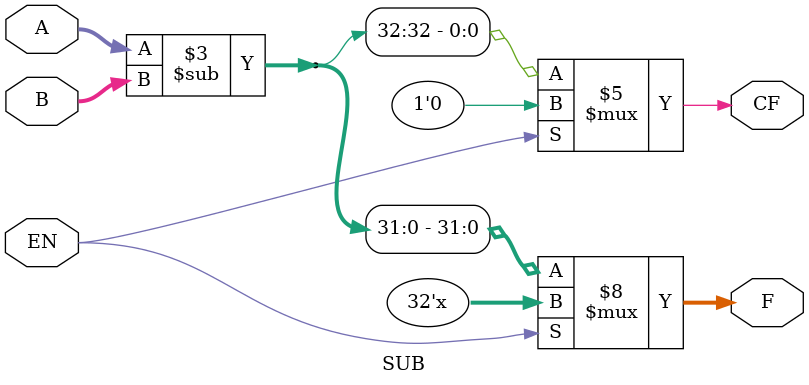
<source format=v>
`timescale 1ns / 1ps


module SUB(F, CF, A, B, EN);
    parameter N = 32;
    input EN;
    input [N-1:0] A, B;
    output reg [N-1:0] F;
    output reg CF;
    
    always @(A, B, EN) begin
        if(EN == 0) begin {CF, F} <= A - B; end
        else begin F <= 32'bz; CF = 0; end
    end
endmodule

</source>
